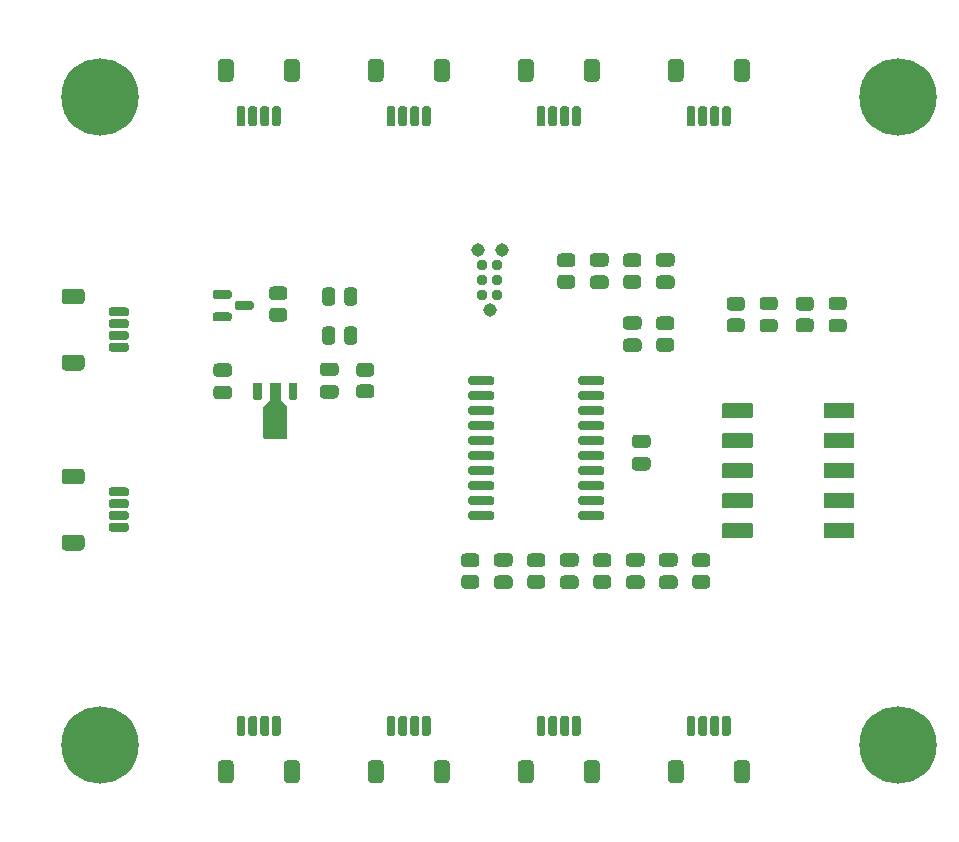
<source format=gts>
G04 #@! TF.GenerationSoftware,KiCad,Pcbnew,6.0.10-86aedd382b~118~ubuntu18.04.1*
G04 #@! TF.CreationDate,2024-08-26T13:47:26-06:00*
G04 #@! TF.ProjectId,ckt-xing-txm,636b742d-7869-46e6-972d-74786d2e6b69,rev?*
G04 #@! TF.SameCoordinates,Original*
G04 #@! TF.FileFunction,Soldermask,Top*
G04 #@! TF.FilePolarity,Negative*
%FSLAX46Y46*%
G04 Gerber Fmt 4.6, Leading zero omitted, Abs format (unit mm)*
G04 Created by KiCad (PCBNEW 6.0.10-86aedd382b~118~ubuntu18.04.1) date 2024-08-26 13:47:26*
%MOMM*%
%LPD*%
G01*
G04 APERTURE LIST*
%ADD10C,6.552400*%
%ADD11C,1.143000*%
%ADD12C,0.939800*%
G04 APERTURE END LIST*
G36*
G01*
X45802000Y-47534800D02*
X46352000Y-47534800D01*
G75*
G02*
X46428200Y-47611000I0J-76200D01*
G01*
X46428200Y-48911000D01*
G75*
G02*
X46352000Y-48987200I-76200J0D01*
G01*
X45802000Y-48987200D01*
G75*
G02*
X45725800Y-48911000I0J76200D01*
G01*
X45725800Y-47611000D01*
G75*
G02*
X45802000Y-47534800I76200J0D01*
G01*
G37*
G36*
X45560373Y-52259980D02*
G01*
X45515232Y-52286042D01*
X45502000Y-52287200D01*
X43652000Y-52287200D01*
X43603020Y-52269373D01*
X43576958Y-52224232D01*
X43575800Y-52211000D01*
X43575800Y-49611000D01*
X43593627Y-49562020D01*
X43598118Y-49557118D01*
X44100800Y-49054436D01*
X44100800Y-47611000D01*
X44118627Y-47562020D01*
X44163768Y-47535958D01*
X44177000Y-47534800D01*
X44977000Y-47534800D01*
X45025980Y-47552627D01*
X45052042Y-47597768D01*
X45053200Y-47611000D01*
X45053200Y-49054436D01*
X45555882Y-49557118D01*
X45577910Y-49604359D01*
X45578200Y-49611000D01*
X45578200Y-52211000D01*
X45560373Y-52259980D01*
G37*
G36*
G01*
X42802000Y-47534800D02*
X43352000Y-47534800D01*
G75*
G02*
X43428200Y-47611000I0J-76200D01*
G01*
X43428200Y-48911000D01*
G75*
G02*
X43352000Y-48987200I-76200J0D01*
G01*
X42802000Y-48987200D01*
G75*
G02*
X42725800Y-48911000I0J76200D01*
G01*
X42725800Y-47611000D01*
G75*
G02*
X42802000Y-47534800I76200J0D01*
G01*
G37*
G36*
G01*
X61537000Y-65001200D02*
X60637000Y-65001200D01*
G75*
G02*
X60310800Y-64675000I0J326200D01*
G01*
X60310800Y-64150000D01*
G75*
G02*
X60637000Y-63823800I326200J0D01*
G01*
X61537000Y-63823800D01*
G75*
G02*
X61863200Y-64150000I0J-326200D01*
G01*
X61863200Y-64675000D01*
G75*
G02*
X61537000Y-65001200I-326200J0D01*
G01*
G37*
G36*
G01*
X61537000Y-63176200D02*
X60637000Y-63176200D01*
G75*
G02*
X60310800Y-62850000I0J326200D01*
G01*
X60310800Y-62325000D01*
G75*
G02*
X60637000Y-61998800I326200J0D01*
G01*
X61537000Y-61998800D01*
G75*
G02*
X61863200Y-62325000I0J-326200D01*
G01*
X61863200Y-62850000D01*
G75*
G02*
X61537000Y-63176200I-326200J0D01*
G01*
G37*
D10*
X29718000Y-23368000D03*
G36*
G01*
X45056200Y-24362000D02*
X45056200Y-25612000D01*
G75*
G02*
X44830000Y-25838200I-226200J0D01*
G01*
X44530000Y-25838200D01*
G75*
G02*
X44303800Y-25612000I0J226200D01*
G01*
X44303800Y-24362000D01*
G75*
G02*
X44530000Y-24135800I226200J0D01*
G01*
X44830000Y-24135800D01*
G75*
G02*
X45056200Y-24362000I0J-226200D01*
G01*
G37*
G36*
G01*
X44056200Y-24362000D02*
X44056200Y-25612000D01*
G75*
G02*
X43830000Y-25838200I-226200J0D01*
G01*
X43530000Y-25838200D01*
G75*
G02*
X43303800Y-25612000I0J226200D01*
G01*
X43303800Y-24362000D01*
G75*
G02*
X43530000Y-24135800I226200J0D01*
G01*
X43830000Y-24135800D01*
G75*
G02*
X44056200Y-24362000I0J-226200D01*
G01*
G37*
G36*
G01*
X43056200Y-24362000D02*
X43056200Y-25612000D01*
G75*
G02*
X42830000Y-25838200I-226200J0D01*
G01*
X42530000Y-25838200D01*
G75*
G02*
X42303800Y-25612000I0J226200D01*
G01*
X42303800Y-24362000D01*
G75*
G02*
X42530000Y-24135800I226200J0D01*
G01*
X42830000Y-24135800D01*
G75*
G02*
X43056200Y-24362000I0J-226200D01*
G01*
G37*
G36*
G01*
X42056200Y-24362000D02*
X42056200Y-25612000D01*
G75*
G02*
X41830000Y-25838200I-226200J0D01*
G01*
X41530000Y-25838200D01*
G75*
G02*
X41303800Y-25612000I0J226200D01*
G01*
X41303800Y-24362000D01*
G75*
G02*
X41530000Y-24135800I226200J0D01*
G01*
X41830000Y-24135800D01*
G75*
G02*
X42056200Y-24362000I0J-226200D01*
G01*
G37*
G36*
G01*
X41056200Y-20462000D02*
X41056200Y-21762000D01*
G75*
G02*
X40730000Y-22088200I-326200J0D01*
G01*
X40030000Y-22088200D01*
G75*
G02*
X39703800Y-21762000I0J326200D01*
G01*
X39703800Y-20462000D01*
G75*
G02*
X40030000Y-20135800I326200J0D01*
G01*
X40730000Y-20135800D01*
G75*
G02*
X41056200Y-20462000I0J-326200D01*
G01*
G37*
G36*
G01*
X46656200Y-20462000D02*
X46656200Y-21762000D01*
G75*
G02*
X46330000Y-22088200I-326200J0D01*
G01*
X45630000Y-22088200D01*
G75*
G02*
X45303800Y-21762000I0J326200D01*
G01*
X45303800Y-20462000D01*
G75*
G02*
X45630000Y-20135800I326200J0D01*
G01*
X46330000Y-20135800D01*
G75*
G02*
X46656200Y-20462000I0J-326200D01*
G01*
G37*
G36*
G01*
X78072000Y-39626200D02*
X77122000Y-39626200D01*
G75*
G02*
X76795800Y-39300000I0J326200D01*
G01*
X76795800Y-38800000D01*
G75*
G02*
X77122000Y-38473800I326200J0D01*
G01*
X78072000Y-38473800D01*
G75*
G02*
X78398200Y-38800000I0J-326200D01*
G01*
X78398200Y-39300000D01*
G75*
G02*
X78072000Y-39626200I-326200J0D01*
G01*
G37*
G36*
G01*
X78072000Y-37726200D02*
X77122000Y-37726200D01*
G75*
G02*
X76795800Y-37400000I0J326200D01*
G01*
X76795800Y-36900000D01*
G75*
G02*
X77122000Y-36573800I326200J0D01*
G01*
X78072000Y-36573800D01*
G75*
G02*
X78398200Y-36900000I0J-326200D01*
G01*
X78398200Y-37400000D01*
G75*
G02*
X78072000Y-37726200I-326200J0D01*
G01*
G37*
G36*
G01*
X30712000Y-41176800D02*
X31962000Y-41176800D01*
G75*
G02*
X32188200Y-41403000I0J-226200D01*
G01*
X32188200Y-41703000D01*
G75*
G02*
X31962000Y-41929200I-226200J0D01*
G01*
X30712000Y-41929200D01*
G75*
G02*
X30485800Y-41703000I0J226200D01*
G01*
X30485800Y-41403000D01*
G75*
G02*
X30712000Y-41176800I226200J0D01*
G01*
G37*
G36*
G01*
X30712000Y-42176800D02*
X31962000Y-42176800D01*
G75*
G02*
X32188200Y-42403000I0J-226200D01*
G01*
X32188200Y-42703000D01*
G75*
G02*
X31962000Y-42929200I-226200J0D01*
G01*
X30712000Y-42929200D01*
G75*
G02*
X30485800Y-42703000I0J226200D01*
G01*
X30485800Y-42403000D01*
G75*
G02*
X30712000Y-42176800I226200J0D01*
G01*
G37*
G36*
G01*
X30712000Y-43176800D02*
X31962000Y-43176800D01*
G75*
G02*
X32188200Y-43403000I0J-226200D01*
G01*
X32188200Y-43703000D01*
G75*
G02*
X31962000Y-43929200I-226200J0D01*
G01*
X30712000Y-43929200D01*
G75*
G02*
X30485800Y-43703000I0J226200D01*
G01*
X30485800Y-43403000D01*
G75*
G02*
X30712000Y-43176800I226200J0D01*
G01*
G37*
G36*
G01*
X30712000Y-44176800D02*
X31962000Y-44176800D01*
G75*
G02*
X32188200Y-44403000I0J-226200D01*
G01*
X32188200Y-44703000D01*
G75*
G02*
X31962000Y-44929200I-226200J0D01*
G01*
X30712000Y-44929200D01*
G75*
G02*
X30485800Y-44703000I0J226200D01*
G01*
X30485800Y-44403000D01*
G75*
G02*
X30712000Y-44176800I226200J0D01*
G01*
G37*
G36*
G01*
X26812000Y-45176800D02*
X28112000Y-45176800D01*
G75*
G02*
X28438200Y-45503000I0J-326200D01*
G01*
X28438200Y-46203000D01*
G75*
G02*
X28112000Y-46529200I-326200J0D01*
G01*
X26812000Y-46529200D01*
G75*
G02*
X26485800Y-46203000I0J326200D01*
G01*
X26485800Y-45503000D01*
G75*
G02*
X26812000Y-45176800I326200J0D01*
G01*
G37*
G36*
G01*
X26812000Y-39576800D02*
X28112000Y-39576800D01*
G75*
G02*
X28438200Y-39903000I0J-326200D01*
G01*
X28438200Y-40603000D01*
G75*
G02*
X28112000Y-40929200I-326200J0D01*
G01*
X26812000Y-40929200D01*
G75*
G02*
X26485800Y-40603000I0J326200D01*
G01*
X26485800Y-39903000D01*
G75*
G02*
X26812000Y-39576800I326200J0D01*
G01*
G37*
G36*
G01*
X72484000Y-39626200D02*
X71534000Y-39626200D01*
G75*
G02*
X71207800Y-39300000I0J326200D01*
G01*
X71207800Y-38800000D01*
G75*
G02*
X71534000Y-38473800I326200J0D01*
G01*
X72484000Y-38473800D01*
G75*
G02*
X72810200Y-38800000I0J-326200D01*
G01*
X72810200Y-39300000D01*
G75*
G02*
X72484000Y-39626200I-326200J0D01*
G01*
G37*
G36*
G01*
X72484000Y-37726200D02*
X71534000Y-37726200D01*
G75*
G02*
X71207800Y-37400000I0J326200D01*
G01*
X71207800Y-36900000D01*
G75*
G02*
X71534000Y-36573800I326200J0D01*
G01*
X72484000Y-36573800D01*
G75*
G02*
X72810200Y-36900000I0J-326200D01*
G01*
X72810200Y-37400000D01*
G75*
G02*
X72484000Y-37726200I-326200J0D01*
G01*
G37*
G36*
G01*
X81095000Y-65001200D02*
X80195000Y-65001200D01*
G75*
G02*
X79868800Y-64675000I0J326200D01*
G01*
X79868800Y-64150000D01*
G75*
G02*
X80195000Y-63823800I326200J0D01*
G01*
X81095000Y-63823800D01*
G75*
G02*
X81421200Y-64150000I0J-326200D01*
G01*
X81421200Y-64675000D01*
G75*
G02*
X81095000Y-65001200I-326200J0D01*
G01*
G37*
G36*
G01*
X81095000Y-63176200D02*
X80195000Y-63176200D01*
G75*
G02*
X79868800Y-62850000I0J326200D01*
G01*
X79868800Y-62325000D01*
G75*
G02*
X80195000Y-61998800I326200J0D01*
G01*
X81095000Y-61998800D01*
G75*
G02*
X81421200Y-62325000I0J-326200D01*
G01*
X81421200Y-62850000D01*
G75*
G02*
X81095000Y-63176200I-326200J0D01*
G01*
G37*
G36*
G01*
X68765000Y-36598800D02*
X69665000Y-36598800D01*
G75*
G02*
X69991200Y-36925000I0J-326200D01*
G01*
X69991200Y-37450000D01*
G75*
G02*
X69665000Y-37776200I-326200J0D01*
G01*
X68765000Y-37776200D01*
G75*
G02*
X68438800Y-37450000I0J326200D01*
G01*
X68438800Y-36925000D01*
G75*
G02*
X68765000Y-36598800I326200J0D01*
G01*
G37*
G36*
G01*
X68765000Y-38423800D02*
X69665000Y-38423800D01*
G75*
G02*
X69991200Y-38750000I0J-326200D01*
G01*
X69991200Y-39275000D01*
G75*
G02*
X69665000Y-39601200I-326200J0D01*
G01*
X68765000Y-39601200D01*
G75*
G02*
X68438800Y-39275000I0J326200D01*
G01*
X68438800Y-38750000D01*
G75*
G02*
X68765000Y-38423800I326200J0D01*
G01*
G37*
G36*
G01*
X83156200Y-24362000D02*
X83156200Y-25612000D01*
G75*
G02*
X82930000Y-25838200I-226200J0D01*
G01*
X82630000Y-25838200D01*
G75*
G02*
X82403800Y-25612000I0J226200D01*
G01*
X82403800Y-24362000D01*
G75*
G02*
X82630000Y-24135800I226200J0D01*
G01*
X82930000Y-24135800D01*
G75*
G02*
X83156200Y-24362000I0J-226200D01*
G01*
G37*
G36*
G01*
X82156200Y-24362000D02*
X82156200Y-25612000D01*
G75*
G02*
X81930000Y-25838200I-226200J0D01*
G01*
X81630000Y-25838200D01*
G75*
G02*
X81403800Y-25612000I0J226200D01*
G01*
X81403800Y-24362000D01*
G75*
G02*
X81630000Y-24135800I226200J0D01*
G01*
X81930000Y-24135800D01*
G75*
G02*
X82156200Y-24362000I0J-226200D01*
G01*
G37*
G36*
G01*
X81156200Y-24362000D02*
X81156200Y-25612000D01*
G75*
G02*
X80930000Y-25838200I-226200J0D01*
G01*
X80630000Y-25838200D01*
G75*
G02*
X80403800Y-25612000I0J226200D01*
G01*
X80403800Y-24362000D01*
G75*
G02*
X80630000Y-24135800I226200J0D01*
G01*
X80930000Y-24135800D01*
G75*
G02*
X81156200Y-24362000I0J-226200D01*
G01*
G37*
G36*
G01*
X80156200Y-24362000D02*
X80156200Y-25612000D01*
G75*
G02*
X79930000Y-25838200I-226200J0D01*
G01*
X79630000Y-25838200D01*
G75*
G02*
X79403800Y-25612000I0J226200D01*
G01*
X79403800Y-24362000D01*
G75*
G02*
X79630000Y-24135800I226200J0D01*
G01*
X79930000Y-24135800D01*
G75*
G02*
X80156200Y-24362000I0J-226200D01*
G01*
G37*
G36*
G01*
X84756200Y-20462000D02*
X84756200Y-21762000D01*
G75*
G02*
X84430000Y-22088200I-326200J0D01*
G01*
X83730000Y-22088200D01*
G75*
G02*
X83403800Y-21762000I0J326200D01*
G01*
X83403800Y-20462000D01*
G75*
G02*
X83730000Y-20135800I326200J0D01*
G01*
X84430000Y-20135800D01*
G75*
G02*
X84756200Y-20462000I0J-326200D01*
G01*
G37*
G36*
G01*
X79156200Y-20462000D02*
X79156200Y-21762000D01*
G75*
G02*
X78830000Y-22088200I-326200J0D01*
G01*
X78130000Y-22088200D01*
G75*
G02*
X77803800Y-21762000I0J326200D01*
G01*
X77803800Y-20462000D01*
G75*
G02*
X78130000Y-20135800I326200J0D01*
G01*
X78830000Y-20135800D01*
G75*
G02*
X79156200Y-20462000I0J-326200D01*
G01*
G37*
G36*
G01*
X51747000Y-45869800D02*
X52647000Y-45869800D01*
G75*
G02*
X52973200Y-46196000I0J-326200D01*
G01*
X52973200Y-46721000D01*
G75*
G02*
X52647000Y-47047200I-326200J0D01*
G01*
X51747000Y-47047200D01*
G75*
G02*
X51420800Y-46721000I0J326200D01*
G01*
X51420800Y-46196000D01*
G75*
G02*
X51747000Y-45869800I326200J0D01*
G01*
G37*
G36*
G01*
X51747000Y-47694800D02*
X52647000Y-47694800D01*
G75*
G02*
X52973200Y-48021000I0J-326200D01*
G01*
X52973200Y-48546000D01*
G75*
G02*
X52647000Y-48872200I-326200J0D01*
G01*
X51747000Y-48872200D01*
G75*
G02*
X51420800Y-48546000I0J326200D01*
G01*
X51420800Y-48021000D01*
G75*
G02*
X51747000Y-47694800I326200J0D01*
G01*
G37*
G36*
G01*
X77147000Y-41932800D02*
X78047000Y-41932800D01*
G75*
G02*
X78373200Y-42259000I0J-326200D01*
G01*
X78373200Y-42784000D01*
G75*
G02*
X78047000Y-43110200I-326200J0D01*
G01*
X77147000Y-43110200D01*
G75*
G02*
X76820800Y-42784000I0J326200D01*
G01*
X76820800Y-42259000D01*
G75*
G02*
X77147000Y-41932800I326200J0D01*
G01*
G37*
G36*
G01*
X77147000Y-43757800D02*
X78047000Y-43757800D01*
G75*
G02*
X78373200Y-44084000I0J-326200D01*
G01*
X78373200Y-44609000D01*
G75*
G02*
X78047000Y-44935200I-326200J0D01*
G01*
X77147000Y-44935200D01*
G75*
G02*
X76820800Y-44609000I0J326200D01*
G01*
X76820800Y-44084000D01*
G75*
G02*
X77147000Y-43757800I326200J0D01*
G01*
G37*
X29718000Y-78232000D03*
G36*
G01*
X39269800Y-40221000D02*
X39269800Y-39921000D01*
G75*
G02*
X39496000Y-39694800I226200J0D01*
G01*
X40671000Y-39694800D01*
G75*
G02*
X40897200Y-39921000I0J-226200D01*
G01*
X40897200Y-40221000D01*
G75*
G02*
X40671000Y-40447200I-226200J0D01*
G01*
X39496000Y-40447200D01*
G75*
G02*
X39269800Y-40221000I0J226200D01*
G01*
G37*
G36*
G01*
X39269800Y-42121000D02*
X39269800Y-41821000D01*
G75*
G02*
X39496000Y-41594800I226200J0D01*
G01*
X40671000Y-41594800D01*
G75*
G02*
X40897200Y-41821000I0J-226200D01*
G01*
X40897200Y-42121000D01*
G75*
G02*
X40671000Y-42347200I-226200J0D01*
G01*
X39496000Y-42347200D01*
G75*
G02*
X39269800Y-42121000I0J226200D01*
G01*
G37*
G36*
G01*
X41144800Y-41171000D02*
X41144800Y-40871000D01*
G75*
G02*
X41371000Y-40644800I226200J0D01*
G01*
X42546000Y-40644800D01*
G75*
G02*
X42772200Y-40871000I0J-226200D01*
G01*
X42772200Y-41171000D01*
G75*
G02*
X42546000Y-41397200I-226200J0D01*
G01*
X41371000Y-41397200D01*
G75*
G02*
X41144800Y-41171000I0J226200D01*
G01*
G37*
G36*
G01*
X74353000Y-36598800D02*
X75253000Y-36598800D01*
G75*
G02*
X75579200Y-36925000I0J-326200D01*
G01*
X75579200Y-37450000D01*
G75*
G02*
X75253000Y-37776200I-326200J0D01*
G01*
X74353000Y-37776200D01*
G75*
G02*
X74026800Y-37450000I0J326200D01*
G01*
X74026800Y-36925000D01*
G75*
G02*
X74353000Y-36598800I326200J0D01*
G01*
G37*
G36*
G01*
X74353000Y-38423800D02*
X75253000Y-38423800D01*
G75*
G02*
X75579200Y-38750000I0J-326200D01*
G01*
X75579200Y-39275000D01*
G75*
G02*
X75253000Y-39601200I-326200J0D01*
G01*
X74353000Y-39601200D01*
G75*
G02*
X74026800Y-39275000I0J326200D01*
G01*
X74026800Y-38750000D01*
G75*
G02*
X74353000Y-38423800I326200J0D01*
G01*
G37*
X97282000Y-78232000D03*
G36*
G01*
X70456200Y-24362000D02*
X70456200Y-25612000D01*
G75*
G02*
X70230000Y-25838200I-226200J0D01*
G01*
X69930000Y-25838200D01*
G75*
G02*
X69703800Y-25612000I0J226200D01*
G01*
X69703800Y-24362000D01*
G75*
G02*
X69930000Y-24135800I226200J0D01*
G01*
X70230000Y-24135800D01*
G75*
G02*
X70456200Y-24362000I0J-226200D01*
G01*
G37*
G36*
G01*
X69456200Y-24362000D02*
X69456200Y-25612000D01*
G75*
G02*
X69230000Y-25838200I-226200J0D01*
G01*
X68930000Y-25838200D01*
G75*
G02*
X68703800Y-25612000I0J226200D01*
G01*
X68703800Y-24362000D01*
G75*
G02*
X68930000Y-24135800I226200J0D01*
G01*
X69230000Y-24135800D01*
G75*
G02*
X69456200Y-24362000I0J-226200D01*
G01*
G37*
G36*
G01*
X68456200Y-24362000D02*
X68456200Y-25612000D01*
G75*
G02*
X68230000Y-25838200I-226200J0D01*
G01*
X67930000Y-25838200D01*
G75*
G02*
X67703800Y-25612000I0J226200D01*
G01*
X67703800Y-24362000D01*
G75*
G02*
X67930000Y-24135800I226200J0D01*
G01*
X68230000Y-24135800D01*
G75*
G02*
X68456200Y-24362000I0J-226200D01*
G01*
G37*
G36*
G01*
X67456200Y-24362000D02*
X67456200Y-25612000D01*
G75*
G02*
X67230000Y-25838200I-226200J0D01*
G01*
X66930000Y-25838200D01*
G75*
G02*
X66703800Y-25612000I0J226200D01*
G01*
X66703800Y-24362000D01*
G75*
G02*
X66930000Y-24135800I226200J0D01*
G01*
X67230000Y-24135800D01*
G75*
G02*
X67456200Y-24362000I0J-226200D01*
G01*
G37*
G36*
G01*
X72056200Y-20462000D02*
X72056200Y-21762000D01*
G75*
G02*
X71730000Y-22088200I-326200J0D01*
G01*
X71030000Y-22088200D01*
G75*
G02*
X70703800Y-21762000I0J326200D01*
G01*
X70703800Y-20462000D01*
G75*
G02*
X71030000Y-20135800I326200J0D01*
G01*
X71730000Y-20135800D01*
G75*
G02*
X72056200Y-20462000I0J-326200D01*
G01*
G37*
G36*
G01*
X66456200Y-20462000D02*
X66456200Y-21762000D01*
G75*
G02*
X66130000Y-22088200I-326200J0D01*
G01*
X65430000Y-22088200D01*
G75*
G02*
X65103800Y-21762000I0J326200D01*
G01*
X65103800Y-20462000D01*
G75*
G02*
X65430000Y-20135800I326200J0D01*
G01*
X66130000Y-20135800D01*
G75*
G02*
X66456200Y-20462000I0J-326200D01*
G01*
G37*
G36*
G01*
X57756200Y-24362000D02*
X57756200Y-25612000D01*
G75*
G02*
X57530000Y-25838200I-226200J0D01*
G01*
X57230000Y-25838200D01*
G75*
G02*
X57003800Y-25612000I0J226200D01*
G01*
X57003800Y-24362000D01*
G75*
G02*
X57230000Y-24135800I226200J0D01*
G01*
X57530000Y-24135800D01*
G75*
G02*
X57756200Y-24362000I0J-226200D01*
G01*
G37*
G36*
G01*
X56756200Y-24362000D02*
X56756200Y-25612000D01*
G75*
G02*
X56530000Y-25838200I-226200J0D01*
G01*
X56230000Y-25838200D01*
G75*
G02*
X56003800Y-25612000I0J226200D01*
G01*
X56003800Y-24362000D01*
G75*
G02*
X56230000Y-24135800I226200J0D01*
G01*
X56530000Y-24135800D01*
G75*
G02*
X56756200Y-24362000I0J-226200D01*
G01*
G37*
G36*
G01*
X55756200Y-24362000D02*
X55756200Y-25612000D01*
G75*
G02*
X55530000Y-25838200I-226200J0D01*
G01*
X55230000Y-25838200D01*
G75*
G02*
X55003800Y-25612000I0J226200D01*
G01*
X55003800Y-24362000D01*
G75*
G02*
X55230000Y-24135800I226200J0D01*
G01*
X55530000Y-24135800D01*
G75*
G02*
X55756200Y-24362000I0J-226200D01*
G01*
G37*
G36*
G01*
X54756200Y-24362000D02*
X54756200Y-25612000D01*
G75*
G02*
X54530000Y-25838200I-226200J0D01*
G01*
X54230000Y-25838200D01*
G75*
G02*
X54003800Y-25612000I0J226200D01*
G01*
X54003800Y-24362000D01*
G75*
G02*
X54230000Y-24135800I226200J0D01*
G01*
X54530000Y-24135800D01*
G75*
G02*
X54756200Y-24362000I0J-226200D01*
G01*
G37*
G36*
G01*
X59356200Y-20462000D02*
X59356200Y-21762000D01*
G75*
G02*
X59030000Y-22088200I-326200J0D01*
G01*
X58330000Y-22088200D01*
G75*
G02*
X58003800Y-21762000I0J326200D01*
G01*
X58003800Y-20462000D01*
G75*
G02*
X58330000Y-20135800I326200J0D01*
G01*
X59030000Y-20135800D01*
G75*
G02*
X59356200Y-20462000I0J-326200D01*
G01*
G37*
G36*
G01*
X53756200Y-20462000D02*
X53756200Y-21762000D01*
G75*
G02*
X53430000Y-22088200I-326200J0D01*
G01*
X52730000Y-22088200D01*
G75*
G02*
X52403800Y-21762000I0J326200D01*
G01*
X52403800Y-20462000D01*
G75*
G02*
X52730000Y-20135800I326200J0D01*
G01*
X53430000Y-20135800D01*
G75*
G02*
X53756200Y-20462000I0J-326200D01*
G01*
G37*
G36*
G01*
X67125000Y-65001200D02*
X66225000Y-65001200D01*
G75*
G02*
X65898800Y-64675000I0J326200D01*
G01*
X65898800Y-64150000D01*
G75*
G02*
X66225000Y-63823800I326200J0D01*
G01*
X67125000Y-63823800D01*
G75*
G02*
X67451200Y-64150000I0J-326200D01*
G01*
X67451200Y-64675000D01*
G75*
G02*
X67125000Y-65001200I-326200J0D01*
G01*
G37*
G36*
G01*
X67125000Y-63176200D02*
X66225000Y-63176200D01*
G75*
G02*
X65898800Y-62850000I0J326200D01*
G01*
X65898800Y-62325000D01*
G75*
G02*
X66225000Y-61998800I326200J0D01*
G01*
X67125000Y-61998800D01*
G75*
G02*
X67451200Y-62325000I0J-326200D01*
G01*
X67451200Y-62850000D01*
G75*
G02*
X67125000Y-63176200I-326200J0D01*
G01*
G37*
G36*
G01*
X54003800Y-77238000D02*
X54003800Y-75988000D01*
G75*
G02*
X54230000Y-75761800I226200J0D01*
G01*
X54530000Y-75761800D01*
G75*
G02*
X54756200Y-75988000I0J-226200D01*
G01*
X54756200Y-77238000D01*
G75*
G02*
X54530000Y-77464200I-226200J0D01*
G01*
X54230000Y-77464200D01*
G75*
G02*
X54003800Y-77238000I0J226200D01*
G01*
G37*
G36*
G01*
X55003800Y-77238000D02*
X55003800Y-75988000D01*
G75*
G02*
X55230000Y-75761800I226200J0D01*
G01*
X55530000Y-75761800D01*
G75*
G02*
X55756200Y-75988000I0J-226200D01*
G01*
X55756200Y-77238000D01*
G75*
G02*
X55530000Y-77464200I-226200J0D01*
G01*
X55230000Y-77464200D01*
G75*
G02*
X55003800Y-77238000I0J226200D01*
G01*
G37*
G36*
G01*
X56003800Y-77238000D02*
X56003800Y-75988000D01*
G75*
G02*
X56230000Y-75761800I226200J0D01*
G01*
X56530000Y-75761800D01*
G75*
G02*
X56756200Y-75988000I0J-226200D01*
G01*
X56756200Y-77238000D01*
G75*
G02*
X56530000Y-77464200I-226200J0D01*
G01*
X56230000Y-77464200D01*
G75*
G02*
X56003800Y-77238000I0J226200D01*
G01*
G37*
G36*
G01*
X57003800Y-77238000D02*
X57003800Y-75988000D01*
G75*
G02*
X57230000Y-75761800I226200J0D01*
G01*
X57530000Y-75761800D01*
G75*
G02*
X57756200Y-75988000I0J-226200D01*
G01*
X57756200Y-77238000D01*
G75*
G02*
X57530000Y-77464200I-226200J0D01*
G01*
X57230000Y-77464200D01*
G75*
G02*
X57003800Y-77238000I0J226200D01*
G01*
G37*
G36*
G01*
X58003800Y-81138000D02*
X58003800Y-79838000D01*
G75*
G02*
X58330000Y-79511800I326200J0D01*
G01*
X59030000Y-79511800D01*
G75*
G02*
X59356200Y-79838000I0J-326200D01*
G01*
X59356200Y-81138000D01*
G75*
G02*
X59030000Y-81464200I-326200J0D01*
G01*
X58330000Y-81464200D01*
G75*
G02*
X58003800Y-81138000I0J326200D01*
G01*
G37*
G36*
G01*
X52403800Y-81138000D02*
X52403800Y-79838000D01*
G75*
G02*
X52730000Y-79511800I326200J0D01*
G01*
X53430000Y-79511800D01*
G75*
G02*
X53756200Y-79838000I0J-326200D01*
G01*
X53756200Y-81138000D01*
G75*
G02*
X53430000Y-81464200I-326200J0D01*
G01*
X52730000Y-81464200D01*
G75*
G02*
X52403800Y-81138000I0J326200D01*
G01*
G37*
G36*
G01*
X76040000Y-54993200D02*
X75090000Y-54993200D01*
G75*
G02*
X74763800Y-54667000I0J326200D01*
G01*
X74763800Y-54167000D01*
G75*
G02*
X75090000Y-53840800I326200J0D01*
G01*
X76040000Y-53840800D01*
G75*
G02*
X76366200Y-54167000I0J-326200D01*
G01*
X76366200Y-54667000D01*
G75*
G02*
X76040000Y-54993200I-326200J0D01*
G01*
G37*
G36*
G01*
X76040000Y-53093200D02*
X75090000Y-53093200D01*
G75*
G02*
X74763800Y-52767000I0J326200D01*
G01*
X74763800Y-52267000D01*
G75*
G02*
X75090000Y-51940800I326200J0D01*
G01*
X76040000Y-51940800D01*
G75*
G02*
X76366200Y-52267000I0J-326200D01*
G01*
X76366200Y-52767000D01*
G75*
G02*
X76040000Y-53093200I-326200J0D01*
G01*
G37*
G36*
G01*
X77376000Y-61973800D02*
X78326000Y-61973800D01*
G75*
G02*
X78652200Y-62300000I0J-326200D01*
G01*
X78652200Y-62800000D01*
G75*
G02*
X78326000Y-63126200I-326200J0D01*
G01*
X77376000Y-63126200D01*
G75*
G02*
X77049800Y-62800000I0J326200D01*
G01*
X77049800Y-62300000D01*
G75*
G02*
X77376000Y-61973800I326200J0D01*
G01*
G37*
G36*
G01*
X77376000Y-63873800D02*
X78326000Y-63873800D01*
G75*
G02*
X78652200Y-64200000I0J-326200D01*
G01*
X78652200Y-64700000D01*
G75*
G02*
X78326000Y-65026200I-326200J0D01*
G01*
X77376000Y-65026200D01*
G75*
G02*
X77049800Y-64700000I0J326200D01*
G01*
X77049800Y-64200000D01*
G75*
G02*
X77376000Y-63873800I326200J0D01*
G01*
G37*
G36*
G01*
X66703800Y-77238000D02*
X66703800Y-75988000D01*
G75*
G02*
X66930000Y-75761800I226200J0D01*
G01*
X67230000Y-75761800D01*
G75*
G02*
X67456200Y-75988000I0J-226200D01*
G01*
X67456200Y-77238000D01*
G75*
G02*
X67230000Y-77464200I-226200J0D01*
G01*
X66930000Y-77464200D01*
G75*
G02*
X66703800Y-77238000I0J226200D01*
G01*
G37*
G36*
G01*
X67703800Y-77238000D02*
X67703800Y-75988000D01*
G75*
G02*
X67930000Y-75761800I226200J0D01*
G01*
X68230000Y-75761800D01*
G75*
G02*
X68456200Y-75988000I0J-226200D01*
G01*
X68456200Y-77238000D01*
G75*
G02*
X68230000Y-77464200I-226200J0D01*
G01*
X67930000Y-77464200D01*
G75*
G02*
X67703800Y-77238000I0J226200D01*
G01*
G37*
G36*
G01*
X68703800Y-77238000D02*
X68703800Y-75988000D01*
G75*
G02*
X68930000Y-75761800I226200J0D01*
G01*
X69230000Y-75761800D01*
G75*
G02*
X69456200Y-75988000I0J-226200D01*
G01*
X69456200Y-77238000D01*
G75*
G02*
X69230000Y-77464200I-226200J0D01*
G01*
X68930000Y-77464200D01*
G75*
G02*
X68703800Y-77238000I0J226200D01*
G01*
G37*
G36*
G01*
X69703800Y-77238000D02*
X69703800Y-75988000D01*
G75*
G02*
X69930000Y-75761800I226200J0D01*
G01*
X70230000Y-75761800D01*
G75*
G02*
X70456200Y-75988000I0J-226200D01*
G01*
X70456200Y-77238000D01*
G75*
G02*
X70230000Y-77464200I-226200J0D01*
G01*
X69930000Y-77464200D01*
G75*
G02*
X69703800Y-77238000I0J226200D01*
G01*
G37*
G36*
G01*
X70703800Y-81138000D02*
X70703800Y-79838000D01*
G75*
G02*
X71030000Y-79511800I326200J0D01*
G01*
X71730000Y-79511800D01*
G75*
G02*
X72056200Y-79838000I0J-326200D01*
G01*
X72056200Y-81138000D01*
G75*
G02*
X71730000Y-81464200I-326200J0D01*
G01*
X71030000Y-81464200D01*
G75*
G02*
X70703800Y-81138000I0J326200D01*
G01*
G37*
G36*
G01*
X65103800Y-81138000D02*
X65103800Y-79838000D01*
G75*
G02*
X65430000Y-79511800I326200J0D01*
G01*
X66130000Y-79511800D01*
G75*
G02*
X66456200Y-79838000I0J-326200D01*
G01*
X66456200Y-81138000D01*
G75*
G02*
X66130000Y-81464200I-326200J0D01*
G01*
X65430000Y-81464200D01*
G75*
G02*
X65103800Y-81138000I0J326200D01*
G01*
G37*
G36*
G01*
X40607000Y-48958200D02*
X39657000Y-48958200D01*
G75*
G02*
X39330800Y-48632000I0J326200D01*
G01*
X39330800Y-48132000D01*
G75*
G02*
X39657000Y-47805800I326200J0D01*
G01*
X40607000Y-47805800D01*
G75*
G02*
X40933200Y-48132000I0J-326200D01*
G01*
X40933200Y-48632000D01*
G75*
G02*
X40607000Y-48958200I-326200J0D01*
G01*
G37*
G36*
G01*
X40607000Y-47058200D02*
X39657000Y-47058200D01*
G75*
G02*
X39330800Y-46732000I0J326200D01*
G01*
X39330800Y-46232000D01*
G75*
G02*
X39657000Y-45905800I326200J0D01*
G01*
X40607000Y-45905800D01*
G75*
G02*
X40933200Y-46232000I0J-326200D01*
G01*
X40933200Y-46732000D01*
G75*
G02*
X40607000Y-47058200I-326200J0D01*
G01*
G37*
G36*
G01*
X89858000Y-43284200D02*
X88958000Y-43284200D01*
G75*
G02*
X88631800Y-42958000I0J326200D01*
G01*
X88631800Y-42433000D01*
G75*
G02*
X88958000Y-42106800I326200J0D01*
G01*
X89858000Y-42106800D01*
G75*
G02*
X90184200Y-42433000I0J-326200D01*
G01*
X90184200Y-42958000D01*
G75*
G02*
X89858000Y-43284200I-326200J0D01*
G01*
G37*
G36*
G01*
X89858000Y-41459200D02*
X88958000Y-41459200D01*
G75*
G02*
X88631800Y-41133000I0J326200D01*
G01*
X88631800Y-40608000D01*
G75*
G02*
X88958000Y-40281800I326200J0D01*
G01*
X89858000Y-40281800D01*
G75*
G02*
X90184200Y-40608000I0J-326200D01*
G01*
X90184200Y-41133000D01*
G75*
G02*
X89858000Y-41459200I-326200J0D01*
G01*
G37*
G36*
G01*
X79403800Y-77238000D02*
X79403800Y-75988000D01*
G75*
G02*
X79630000Y-75761800I226200J0D01*
G01*
X79930000Y-75761800D01*
G75*
G02*
X80156200Y-75988000I0J-226200D01*
G01*
X80156200Y-77238000D01*
G75*
G02*
X79930000Y-77464200I-226200J0D01*
G01*
X79630000Y-77464200D01*
G75*
G02*
X79403800Y-77238000I0J226200D01*
G01*
G37*
G36*
G01*
X80403800Y-77238000D02*
X80403800Y-75988000D01*
G75*
G02*
X80630000Y-75761800I226200J0D01*
G01*
X80930000Y-75761800D01*
G75*
G02*
X81156200Y-75988000I0J-226200D01*
G01*
X81156200Y-77238000D01*
G75*
G02*
X80930000Y-77464200I-226200J0D01*
G01*
X80630000Y-77464200D01*
G75*
G02*
X80403800Y-77238000I0J226200D01*
G01*
G37*
G36*
G01*
X81403800Y-77238000D02*
X81403800Y-75988000D01*
G75*
G02*
X81630000Y-75761800I226200J0D01*
G01*
X81930000Y-75761800D01*
G75*
G02*
X82156200Y-75988000I0J-226200D01*
G01*
X82156200Y-77238000D01*
G75*
G02*
X81930000Y-77464200I-226200J0D01*
G01*
X81630000Y-77464200D01*
G75*
G02*
X81403800Y-77238000I0J226200D01*
G01*
G37*
G36*
G01*
X82403800Y-77238000D02*
X82403800Y-75988000D01*
G75*
G02*
X82630000Y-75761800I226200J0D01*
G01*
X82930000Y-75761800D01*
G75*
G02*
X83156200Y-75988000I0J-226200D01*
G01*
X83156200Y-77238000D01*
G75*
G02*
X82930000Y-77464200I-226200J0D01*
G01*
X82630000Y-77464200D01*
G75*
G02*
X82403800Y-77238000I0J226200D01*
G01*
G37*
G36*
G01*
X83403800Y-81138000D02*
X83403800Y-79838000D01*
G75*
G02*
X83730000Y-79511800I326200J0D01*
G01*
X84430000Y-79511800D01*
G75*
G02*
X84756200Y-79838000I0J-326200D01*
G01*
X84756200Y-81138000D01*
G75*
G02*
X84430000Y-81464200I-326200J0D01*
G01*
X83730000Y-81464200D01*
G75*
G02*
X83403800Y-81138000I0J326200D01*
G01*
G37*
G36*
G01*
X77803800Y-81138000D02*
X77803800Y-79838000D01*
G75*
G02*
X78130000Y-79511800I326200J0D01*
G01*
X78830000Y-79511800D01*
G75*
G02*
X79156200Y-79838000I0J-326200D01*
G01*
X79156200Y-81138000D01*
G75*
G02*
X78830000Y-81464200I-326200J0D01*
G01*
X78130000Y-81464200D01*
G75*
G02*
X77803800Y-81138000I0J326200D01*
G01*
G37*
G36*
G01*
X86816250Y-43284200D02*
X85903750Y-43284200D01*
G75*
G02*
X85583800Y-42964250I0J319950D01*
G01*
X85583800Y-42476750D01*
G75*
G02*
X85903750Y-42156800I319950J0D01*
G01*
X86816250Y-42156800D01*
G75*
G02*
X87136200Y-42476750I0J-319950D01*
G01*
X87136200Y-42964250D01*
G75*
G02*
X86816250Y-43284200I-319950J0D01*
G01*
G37*
G36*
G01*
X86816250Y-41409200D02*
X85903750Y-41409200D01*
G75*
G02*
X85583800Y-41089250I0J319950D01*
G01*
X85583800Y-40601750D01*
G75*
G02*
X85903750Y-40281800I319950J0D01*
G01*
X86816250Y-40281800D01*
G75*
G02*
X87136200Y-40601750I0J-319950D01*
G01*
X87136200Y-41089250D01*
G75*
G02*
X86816250Y-41409200I-319950J0D01*
G01*
G37*
G36*
G01*
X74582000Y-61973800D02*
X75532000Y-61973800D01*
G75*
G02*
X75858200Y-62300000I0J-326200D01*
G01*
X75858200Y-62800000D01*
G75*
G02*
X75532000Y-63126200I-326200J0D01*
G01*
X74582000Y-63126200D01*
G75*
G02*
X74255800Y-62800000I0J326200D01*
G01*
X74255800Y-62300000D01*
G75*
G02*
X74582000Y-61973800I326200J0D01*
G01*
G37*
G36*
G01*
X74582000Y-63873800D02*
X75532000Y-63873800D01*
G75*
G02*
X75858200Y-64200000I0J-326200D01*
G01*
X75858200Y-64700000D01*
G75*
G02*
X75532000Y-65026200I-326200J0D01*
G01*
X74582000Y-65026200D01*
G75*
G02*
X74255800Y-64700000I0J326200D01*
G01*
X74255800Y-64200000D01*
G75*
G02*
X74582000Y-63873800I326200J0D01*
G01*
G37*
G36*
G01*
X48536800Y-44017250D02*
X48536800Y-43104750D01*
G75*
G02*
X48856750Y-42784800I319950J0D01*
G01*
X49344250Y-42784800D01*
G75*
G02*
X49664200Y-43104750I0J-319950D01*
G01*
X49664200Y-44017250D01*
G75*
G02*
X49344250Y-44337200I-319950J0D01*
G01*
X48856750Y-44337200D01*
G75*
G02*
X48536800Y-44017250I0J319950D01*
G01*
G37*
G36*
G01*
X50411800Y-44017250D02*
X50411800Y-43104750D01*
G75*
G02*
X50731750Y-42784800I319950J0D01*
G01*
X51219250Y-42784800D01*
G75*
G02*
X51539200Y-43104750I0J-319950D01*
G01*
X51539200Y-44017250D01*
G75*
G02*
X51219250Y-44337200I-319950J0D01*
G01*
X50731750Y-44337200D01*
G75*
G02*
X50411800Y-44017250I0J319950D01*
G01*
G37*
X97282000Y-23368000D03*
G36*
G01*
X93611700Y-59512200D02*
X93611700Y-60629800D01*
G75*
G02*
X93535500Y-60706000I-76200J0D01*
G01*
X91097100Y-60706000D01*
G75*
G02*
X91020900Y-60629800I0J76200D01*
G01*
X91020900Y-59512200D01*
G75*
G02*
X91097100Y-59436000I76200J0D01*
G01*
X93535500Y-59436000D01*
G75*
G02*
X93611700Y-59512200I0J-76200D01*
G01*
G37*
G36*
G01*
X93611700Y-56972200D02*
X93611700Y-58089800D01*
G75*
G02*
X93535500Y-58166000I-76200J0D01*
G01*
X91097100Y-58166000D01*
G75*
G02*
X91020900Y-58089800I0J76200D01*
G01*
X91020900Y-56972200D01*
G75*
G02*
X91097100Y-56896000I76200J0D01*
G01*
X93535500Y-56896000D01*
G75*
G02*
X93611700Y-56972200I0J-76200D01*
G01*
G37*
G36*
G01*
X93611700Y-54432200D02*
X93611700Y-55549800D01*
G75*
G02*
X93535500Y-55626000I-76200J0D01*
G01*
X91097100Y-55626000D01*
G75*
G02*
X91020900Y-55549800I0J76200D01*
G01*
X91020900Y-54432200D01*
G75*
G02*
X91097100Y-54356000I76200J0D01*
G01*
X93535500Y-54356000D01*
G75*
G02*
X93611700Y-54432200I0J-76200D01*
G01*
G37*
G36*
G01*
X93611700Y-51892200D02*
X93611700Y-53009800D01*
G75*
G02*
X93535500Y-53086000I-76200J0D01*
G01*
X91097100Y-53086000D01*
G75*
G02*
X91020900Y-53009800I0J76200D01*
G01*
X91020900Y-51892200D01*
G75*
G02*
X91097100Y-51816000I76200J0D01*
G01*
X93535500Y-51816000D01*
G75*
G02*
X93611700Y-51892200I0J-76200D01*
G01*
G37*
G36*
G01*
X93611700Y-49352200D02*
X93611700Y-50469800D01*
G75*
G02*
X93535500Y-50546000I-76200J0D01*
G01*
X91097100Y-50546000D01*
G75*
G02*
X91020900Y-50469800I0J76200D01*
G01*
X91020900Y-49352200D01*
G75*
G02*
X91097100Y-49276000I76200J0D01*
G01*
X93535500Y-49276000D01*
G75*
G02*
X93611700Y-49352200I0J-76200D01*
G01*
G37*
G36*
G01*
X85001100Y-49352200D02*
X85001100Y-50469800D01*
G75*
G02*
X84924900Y-50546000I-76200J0D01*
G01*
X82486500Y-50546000D01*
G75*
G02*
X82410300Y-50469800I0J76200D01*
G01*
X82410300Y-49352200D01*
G75*
G02*
X82486500Y-49276000I76200J0D01*
G01*
X84924900Y-49276000D01*
G75*
G02*
X85001100Y-49352200I0J-76200D01*
G01*
G37*
G36*
G01*
X85001100Y-51892200D02*
X85001100Y-53009800D01*
G75*
G02*
X84924900Y-53086000I-76200J0D01*
G01*
X82486500Y-53086000D01*
G75*
G02*
X82410300Y-53009800I0J76200D01*
G01*
X82410300Y-51892200D01*
G75*
G02*
X82486500Y-51816000I76200J0D01*
G01*
X84924900Y-51816000D01*
G75*
G02*
X85001100Y-51892200I0J-76200D01*
G01*
G37*
G36*
G01*
X85001100Y-54432200D02*
X85001100Y-55549800D01*
G75*
G02*
X84924900Y-55626000I-76200J0D01*
G01*
X82486500Y-55626000D01*
G75*
G02*
X82410300Y-55549800I0J76200D01*
G01*
X82410300Y-54432200D01*
G75*
G02*
X82486500Y-54356000I76200J0D01*
G01*
X84924900Y-54356000D01*
G75*
G02*
X85001100Y-54432200I0J-76200D01*
G01*
G37*
G36*
G01*
X85001100Y-56972200D02*
X85001100Y-58089800D01*
G75*
G02*
X84924900Y-58166000I-76200J0D01*
G01*
X82486500Y-58166000D01*
G75*
G02*
X82410300Y-58089800I0J76200D01*
G01*
X82410300Y-56972200D01*
G75*
G02*
X82486500Y-56896000I76200J0D01*
G01*
X84924900Y-56896000D01*
G75*
G02*
X85001100Y-56972200I0J-76200D01*
G01*
G37*
G36*
G01*
X85001100Y-59512200D02*
X85001100Y-60629800D01*
G75*
G02*
X84924900Y-60706000I-76200J0D01*
G01*
X82486500Y-60706000D01*
G75*
G02*
X82410300Y-60629800I0J76200D01*
G01*
X82410300Y-59512200D01*
G75*
G02*
X82486500Y-59436000I76200J0D01*
G01*
X84924900Y-59436000D01*
G75*
G02*
X85001100Y-59512200I0J-76200D01*
G01*
G37*
G36*
G01*
X92658250Y-43284200D02*
X91745750Y-43284200D01*
G75*
G02*
X91425800Y-42964250I0J319950D01*
G01*
X91425800Y-42476750D01*
G75*
G02*
X91745750Y-42156800I319950J0D01*
G01*
X92658250Y-42156800D01*
G75*
G02*
X92978200Y-42476750I0J-319950D01*
G01*
X92978200Y-42964250D01*
G75*
G02*
X92658250Y-43284200I-319950J0D01*
G01*
G37*
G36*
G01*
X92658250Y-41409200D02*
X91745750Y-41409200D01*
G75*
G02*
X91425800Y-41089250I0J319950D01*
G01*
X91425800Y-40601750D01*
G75*
G02*
X91745750Y-40281800I319950J0D01*
G01*
X92658250Y-40281800D01*
G75*
G02*
X92978200Y-40601750I0J-319950D01*
G01*
X92978200Y-41089250D01*
G75*
G02*
X92658250Y-41409200I-319950J0D01*
G01*
G37*
G36*
G01*
X63406000Y-61973800D02*
X64356000Y-61973800D01*
G75*
G02*
X64682200Y-62300000I0J-326200D01*
G01*
X64682200Y-62800000D01*
G75*
G02*
X64356000Y-63126200I-326200J0D01*
G01*
X63406000Y-63126200D01*
G75*
G02*
X63079800Y-62800000I0J326200D01*
G01*
X63079800Y-62300000D01*
G75*
G02*
X63406000Y-61973800I326200J0D01*
G01*
G37*
G36*
G01*
X63406000Y-63873800D02*
X64356000Y-63873800D01*
G75*
G02*
X64682200Y-64200000I0J-326200D01*
G01*
X64682200Y-64700000D01*
G75*
G02*
X64356000Y-65026200I-326200J0D01*
G01*
X63406000Y-65026200D01*
G75*
G02*
X63079800Y-64700000I0J326200D01*
G01*
X63079800Y-64200000D01*
G75*
G02*
X63406000Y-63873800I326200J0D01*
G01*
G37*
G36*
G01*
X48536800Y-40715250D02*
X48536800Y-39802750D01*
G75*
G02*
X48856750Y-39482800I319950J0D01*
G01*
X49344250Y-39482800D01*
G75*
G02*
X49664200Y-39802750I0J-319950D01*
G01*
X49664200Y-40715250D01*
G75*
G02*
X49344250Y-41035200I-319950J0D01*
G01*
X48856750Y-41035200D01*
G75*
G02*
X48536800Y-40715250I0J319950D01*
G01*
G37*
G36*
G01*
X50411800Y-40715250D02*
X50411800Y-39802750D01*
G75*
G02*
X50731750Y-39482800I319950J0D01*
G01*
X51219250Y-39482800D01*
G75*
G02*
X51539200Y-39802750I0J-319950D01*
G01*
X51539200Y-40715250D01*
G75*
G02*
X51219250Y-41035200I-319950J0D01*
G01*
X50731750Y-41035200D01*
G75*
G02*
X50411800Y-40715250I0J319950D01*
G01*
G37*
G36*
G01*
X30712000Y-56416800D02*
X31962000Y-56416800D01*
G75*
G02*
X32188200Y-56643000I0J-226200D01*
G01*
X32188200Y-56943000D01*
G75*
G02*
X31962000Y-57169200I-226200J0D01*
G01*
X30712000Y-57169200D01*
G75*
G02*
X30485800Y-56943000I0J226200D01*
G01*
X30485800Y-56643000D01*
G75*
G02*
X30712000Y-56416800I226200J0D01*
G01*
G37*
G36*
G01*
X30712000Y-57416800D02*
X31962000Y-57416800D01*
G75*
G02*
X32188200Y-57643000I0J-226200D01*
G01*
X32188200Y-57943000D01*
G75*
G02*
X31962000Y-58169200I-226200J0D01*
G01*
X30712000Y-58169200D01*
G75*
G02*
X30485800Y-57943000I0J226200D01*
G01*
X30485800Y-57643000D01*
G75*
G02*
X30712000Y-57416800I226200J0D01*
G01*
G37*
G36*
G01*
X30712000Y-58416800D02*
X31962000Y-58416800D01*
G75*
G02*
X32188200Y-58643000I0J-226200D01*
G01*
X32188200Y-58943000D01*
G75*
G02*
X31962000Y-59169200I-226200J0D01*
G01*
X30712000Y-59169200D01*
G75*
G02*
X30485800Y-58943000I0J226200D01*
G01*
X30485800Y-58643000D01*
G75*
G02*
X30712000Y-58416800I226200J0D01*
G01*
G37*
G36*
G01*
X30712000Y-59416800D02*
X31962000Y-59416800D01*
G75*
G02*
X32188200Y-59643000I0J-226200D01*
G01*
X32188200Y-59943000D01*
G75*
G02*
X31962000Y-60169200I-226200J0D01*
G01*
X30712000Y-60169200D01*
G75*
G02*
X30485800Y-59943000I0J226200D01*
G01*
X30485800Y-59643000D01*
G75*
G02*
X30712000Y-59416800I226200J0D01*
G01*
G37*
G36*
G01*
X26812000Y-54816800D02*
X28112000Y-54816800D01*
G75*
G02*
X28438200Y-55143000I0J-326200D01*
G01*
X28438200Y-55843000D01*
G75*
G02*
X28112000Y-56169200I-326200J0D01*
G01*
X26812000Y-56169200D01*
G75*
G02*
X26485800Y-55843000I0J326200D01*
G01*
X26485800Y-55143000D01*
G75*
G02*
X26812000Y-54816800I326200J0D01*
G01*
G37*
G36*
G01*
X26812000Y-60416800D02*
X28112000Y-60416800D01*
G75*
G02*
X28438200Y-60743000I0J-326200D01*
G01*
X28438200Y-61443000D01*
G75*
G02*
X28112000Y-61769200I-326200J0D01*
G01*
X26812000Y-61769200D01*
G75*
G02*
X26485800Y-61443000I0J326200D01*
G01*
X26485800Y-60743000D01*
G75*
G02*
X26812000Y-60416800I326200J0D01*
G01*
G37*
G36*
G01*
X72713000Y-65001200D02*
X71813000Y-65001200D01*
G75*
G02*
X71486800Y-64675000I0J326200D01*
G01*
X71486800Y-64150000D01*
G75*
G02*
X71813000Y-63823800I326200J0D01*
G01*
X72713000Y-63823800D01*
G75*
G02*
X73039200Y-64150000I0J-326200D01*
G01*
X73039200Y-64675000D01*
G75*
G02*
X72713000Y-65001200I-326200J0D01*
G01*
G37*
G36*
G01*
X72713000Y-63176200D02*
X71813000Y-63176200D01*
G75*
G02*
X71486800Y-62850000I0J326200D01*
G01*
X71486800Y-62325000D01*
G75*
G02*
X71813000Y-61998800I326200J0D01*
G01*
X72713000Y-61998800D01*
G75*
G02*
X73039200Y-62325000I0J-326200D01*
G01*
X73039200Y-62850000D01*
G75*
G02*
X72713000Y-63176200I-326200J0D01*
G01*
G37*
G36*
G01*
X84016000Y-43284200D02*
X83116000Y-43284200D01*
G75*
G02*
X82789800Y-42958000I0J326200D01*
G01*
X82789800Y-42433000D01*
G75*
G02*
X83116000Y-42106800I326200J0D01*
G01*
X84016000Y-42106800D01*
G75*
G02*
X84342200Y-42433000I0J-326200D01*
G01*
X84342200Y-42958000D01*
G75*
G02*
X84016000Y-43284200I-326200J0D01*
G01*
G37*
G36*
G01*
X84016000Y-41459200D02*
X83116000Y-41459200D01*
G75*
G02*
X82789800Y-41133000I0J326200D01*
G01*
X82789800Y-40608000D01*
G75*
G02*
X83116000Y-40281800I326200J0D01*
G01*
X84016000Y-40281800D01*
G75*
G02*
X84342200Y-40608000I0J-326200D01*
G01*
X84342200Y-41133000D01*
G75*
G02*
X84016000Y-41459200I-326200J0D01*
G01*
G37*
G36*
G01*
X45281000Y-42395200D02*
X44381000Y-42395200D01*
G75*
G02*
X44054800Y-42069000I0J326200D01*
G01*
X44054800Y-41544000D01*
G75*
G02*
X44381000Y-41217800I326200J0D01*
G01*
X45281000Y-41217800D01*
G75*
G02*
X45607200Y-41544000I0J-326200D01*
G01*
X45607200Y-42069000D01*
G75*
G02*
X45281000Y-42395200I-326200J0D01*
G01*
G37*
G36*
G01*
X45281000Y-40570200D02*
X44381000Y-40570200D01*
G75*
G02*
X44054800Y-40244000I0J326200D01*
G01*
X44054800Y-39719000D01*
G75*
G02*
X44381000Y-39392800I326200J0D01*
G01*
X45281000Y-39392800D01*
G75*
G02*
X45607200Y-39719000I0J-326200D01*
G01*
X45607200Y-40244000D01*
G75*
G02*
X45281000Y-40570200I-326200J0D01*
G01*
G37*
G36*
G01*
X75278000Y-44960200D02*
X74328000Y-44960200D01*
G75*
G02*
X74001800Y-44634000I0J326200D01*
G01*
X74001800Y-44134000D01*
G75*
G02*
X74328000Y-43807800I326200J0D01*
G01*
X75278000Y-43807800D01*
G75*
G02*
X75604200Y-44134000I0J-326200D01*
G01*
X75604200Y-44634000D01*
G75*
G02*
X75278000Y-44960200I-326200J0D01*
G01*
G37*
G36*
G01*
X75278000Y-43060200D02*
X74328000Y-43060200D01*
G75*
G02*
X74001800Y-42734000I0J326200D01*
G01*
X74001800Y-42234000D01*
G75*
G02*
X74328000Y-41907800I326200J0D01*
G01*
X75278000Y-41907800D01*
G75*
G02*
X75604200Y-42234000I0J-326200D01*
G01*
X75604200Y-42734000D01*
G75*
G02*
X75278000Y-43060200I-326200J0D01*
G01*
G37*
G36*
G01*
X60923800Y-47521000D02*
X60923800Y-47221000D01*
G75*
G02*
X61150000Y-46994800I226200J0D01*
G01*
X62900000Y-46994800D01*
G75*
G02*
X63126200Y-47221000I0J-226200D01*
G01*
X63126200Y-47521000D01*
G75*
G02*
X62900000Y-47747200I-226200J0D01*
G01*
X61150000Y-47747200D01*
G75*
G02*
X60923800Y-47521000I0J226200D01*
G01*
G37*
G36*
G01*
X60923800Y-48791000D02*
X60923800Y-48491000D01*
G75*
G02*
X61150000Y-48264800I226200J0D01*
G01*
X62900000Y-48264800D01*
G75*
G02*
X63126200Y-48491000I0J-226200D01*
G01*
X63126200Y-48791000D01*
G75*
G02*
X62900000Y-49017200I-226200J0D01*
G01*
X61150000Y-49017200D01*
G75*
G02*
X60923800Y-48791000I0J226200D01*
G01*
G37*
G36*
G01*
X60923800Y-50061000D02*
X60923800Y-49761000D01*
G75*
G02*
X61150000Y-49534800I226200J0D01*
G01*
X62900000Y-49534800D01*
G75*
G02*
X63126200Y-49761000I0J-226200D01*
G01*
X63126200Y-50061000D01*
G75*
G02*
X62900000Y-50287200I-226200J0D01*
G01*
X61150000Y-50287200D01*
G75*
G02*
X60923800Y-50061000I0J226200D01*
G01*
G37*
G36*
G01*
X60923800Y-51331000D02*
X60923800Y-51031000D01*
G75*
G02*
X61150000Y-50804800I226200J0D01*
G01*
X62900000Y-50804800D01*
G75*
G02*
X63126200Y-51031000I0J-226200D01*
G01*
X63126200Y-51331000D01*
G75*
G02*
X62900000Y-51557200I-226200J0D01*
G01*
X61150000Y-51557200D01*
G75*
G02*
X60923800Y-51331000I0J226200D01*
G01*
G37*
G36*
G01*
X60923800Y-52601000D02*
X60923800Y-52301000D01*
G75*
G02*
X61150000Y-52074800I226200J0D01*
G01*
X62900000Y-52074800D01*
G75*
G02*
X63126200Y-52301000I0J-226200D01*
G01*
X63126200Y-52601000D01*
G75*
G02*
X62900000Y-52827200I-226200J0D01*
G01*
X61150000Y-52827200D01*
G75*
G02*
X60923800Y-52601000I0J226200D01*
G01*
G37*
G36*
G01*
X60923800Y-53871000D02*
X60923800Y-53571000D01*
G75*
G02*
X61150000Y-53344800I226200J0D01*
G01*
X62900000Y-53344800D01*
G75*
G02*
X63126200Y-53571000I0J-226200D01*
G01*
X63126200Y-53871000D01*
G75*
G02*
X62900000Y-54097200I-226200J0D01*
G01*
X61150000Y-54097200D01*
G75*
G02*
X60923800Y-53871000I0J226200D01*
G01*
G37*
G36*
G01*
X60923800Y-55141000D02*
X60923800Y-54841000D01*
G75*
G02*
X61150000Y-54614800I226200J0D01*
G01*
X62900000Y-54614800D01*
G75*
G02*
X63126200Y-54841000I0J-226200D01*
G01*
X63126200Y-55141000D01*
G75*
G02*
X62900000Y-55367200I-226200J0D01*
G01*
X61150000Y-55367200D01*
G75*
G02*
X60923800Y-55141000I0J226200D01*
G01*
G37*
G36*
G01*
X60923800Y-56411000D02*
X60923800Y-56111000D01*
G75*
G02*
X61150000Y-55884800I226200J0D01*
G01*
X62900000Y-55884800D01*
G75*
G02*
X63126200Y-56111000I0J-226200D01*
G01*
X63126200Y-56411000D01*
G75*
G02*
X62900000Y-56637200I-226200J0D01*
G01*
X61150000Y-56637200D01*
G75*
G02*
X60923800Y-56411000I0J226200D01*
G01*
G37*
G36*
G01*
X60923800Y-57681000D02*
X60923800Y-57381000D01*
G75*
G02*
X61150000Y-57154800I226200J0D01*
G01*
X62900000Y-57154800D01*
G75*
G02*
X63126200Y-57381000I0J-226200D01*
G01*
X63126200Y-57681000D01*
G75*
G02*
X62900000Y-57907200I-226200J0D01*
G01*
X61150000Y-57907200D01*
G75*
G02*
X60923800Y-57681000I0J226200D01*
G01*
G37*
G36*
G01*
X60923800Y-58951000D02*
X60923800Y-58651000D01*
G75*
G02*
X61150000Y-58424800I226200J0D01*
G01*
X62900000Y-58424800D01*
G75*
G02*
X63126200Y-58651000I0J-226200D01*
G01*
X63126200Y-58951000D01*
G75*
G02*
X62900000Y-59177200I-226200J0D01*
G01*
X61150000Y-59177200D01*
G75*
G02*
X60923800Y-58951000I0J226200D01*
G01*
G37*
G36*
G01*
X70223800Y-58951000D02*
X70223800Y-58651000D01*
G75*
G02*
X70450000Y-58424800I226200J0D01*
G01*
X72200000Y-58424800D01*
G75*
G02*
X72426200Y-58651000I0J-226200D01*
G01*
X72426200Y-58951000D01*
G75*
G02*
X72200000Y-59177200I-226200J0D01*
G01*
X70450000Y-59177200D01*
G75*
G02*
X70223800Y-58951000I0J226200D01*
G01*
G37*
G36*
G01*
X70223800Y-57681000D02*
X70223800Y-57381000D01*
G75*
G02*
X70450000Y-57154800I226200J0D01*
G01*
X72200000Y-57154800D01*
G75*
G02*
X72426200Y-57381000I0J-226200D01*
G01*
X72426200Y-57681000D01*
G75*
G02*
X72200000Y-57907200I-226200J0D01*
G01*
X70450000Y-57907200D01*
G75*
G02*
X70223800Y-57681000I0J226200D01*
G01*
G37*
G36*
G01*
X70223800Y-56411000D02*
X70223800Y-56111000D01*
G75*
G02*
X70450000Y-55884800I226200J0D01*
G01*
X72200000Y-55884800D01*
G75*
G02*
X72426200Y-56111000I0J-226200D01*
G01*
X72426200Y-56411000D01*
G75*
G02*
X72200000Y-56637200I-226200J0D01*
G01*
X70450000Y-56637200D01*
G75*
G02*
X70223800Y-56411000I0J226200D01*
G01*
G37*
G36*
G01*
X70223800Y-55141000D02*
X70223800Y-54841000D01*
G75*
G02*
X70450000Y-54614800I226200J0D01*
G01*
X72200000Y-54614800D01*
G75*
G02*
X72426200Y-54841000I0J-226200D01*
G01*
X72426200Y-55141000D01*
G75*
G02*
X72200000Y-55367200I-226200J0D01*
G01*
X70450000Y-55367200D01*
G75*
G02*
X70223800Y-55141000I0J226200D01*
G01*
G37*
G36*
G01*
X70223800Y-53871000D02*
X70223800Y-53571000D01*
G75*
G02*
X70450000Y-53344800I226200J0D01*
G01*
X72200000Y-53344800D01*
G75*
G02*
X72426200Y-53571000I0J-226200D01*
G01*
X72426200Y-53871000D01*
G75*
G02*
X72200000Y-54097200I-226200J0D01*
G01*
X70450000Y-54097200D01*
G75*
G02*
X70223800Y-53871000I0J226200D01*
G01*
G37*
G36*
G01*
X70223800Y-52601000D02*
X70223800Y-52301000D01*
G75*
G02*
X70450000Y-52074800I226200J0D01*
G01*
X72200000Y-52074800D01*
G75*
G02*
X72426200Y-52301000I0J-226200D01*
G01*
X72426200Y-52601000D01*
G75*
G02*
X72200000Y-52827200I-226200J0D01*
G01*
X70450000Y-52827200D01*
G75*
G02*
X70223800Y-52601000I0J226200D01*
G01*
G37*
G36*
G01*
X70223800Y-51331000D02*
X70223800Y-51031000D01*
G75*
G02*
X70450000Y-50804800I226200J0D01*
G01*
X72200000Y-50804800D01*
G75*
G02*
X72426200Y-51031000I0J-226200D01*
G01*
X72426200Y-51331000D01*
G75*
G02*
X72200000Y-51557200I-226200J0D01*
G01*
X70450000Y-51557200D01*
G75*
G02*
X70223800Y-51331000I0J226200D01*
G01*
G37*
G36*
G01*
X70223800Y-50061000D02*
X70223800Y-49761000D01*
G75*
G02*
X70450000Y-49534800I226200J0D01*
G01*
X72200000Y-49534800D01*
G75*
G02*
X72426200Y-49761000I0J-226200D01*
G01*
X72426200Y-50061000D01*
G75*
G02*
X72200000Y-50287200I-226200J0D01*
G01*
X70450000Y-50287200D01*
G75*
G02*
X70223800Y-50061000I0J226200D01*
G01*
G37*
G36*
G01*
X70223800Y-48791000D02*
X70223800Y-48491000D01*
G75*
G02*
X70450000Y-48264800I226200J0D01*
G01*
X72200000Y-48264800D01*
G75*
G02*
X72426200Y-48491000I0J-226200D01*
G01*
X72426200Y-48791000D01*
G75*
G02*
X72200000Y-49017200I-226200J0D01*
G01*
X70450000Y-49017200D01*
G75*
G02*
X70223800Y-48791000I0J226200D01*
G01*
G37*
G36*
G01*
X70223800Y-47521000D02*
X70223800Y-47221000D01*
G75*
G02*
X70450000Y-46994800I226200J0D01*
G01*
X72200000Y-46994800D01*
G75*
G02*
X72426200Y-47221000I0J-226200D01*
G01*
X72426200Y-47521000D01*
G75*
G02*
X72200000Y-47747200I-226200J0D01*
G01*
X70450000Y-47747200D01*
G75*
G02*
X70223800Y-47521000I0J226200D01*
G01*
G37*
D11*
X63754000Y-36322000D03*
X62738000Y-41402000D03*
X61722000Y-36322000D03*
D12*
X63373000Y-40132000D03*
X62103000Y-40132000D03*
X63373000Y-38862000D03*
X62103000Y-38862000D03*
X63373000Y-37592000D03*
X62103000Y-37592000D03*
G36*
G01*
X68994000Y-61973800D02*
X69944000Y-61973800D01*
G75*
G02*
X70270200Y-62300000I0J-326200D01*
G01*
X70270200Y-62800000D01*
G75*
G02*
X69944000Y-63126200I-326200J0D01*
G01*
X68994000Y-63126200D01*
G75*
G02*
X68667800Y-62800000I0J326200D01*
G01*
X68667800Y-62300000D01*
G75*
G02*
X68994000Y-61973800I326200J0D01*
G01*
G37*
G36*
G01*
X68994000Y-63873800D02*
X69944000Y-63873800D01*
G75*
G02*
X70270200Y-64200000I0J-326200D01*
G01*
X70270200Y-64700000D01*
G75*
G02*
X69944000Y-65026200I-326200J0D01*
G01*
X68994000Y-65026200D01*
G75*
G02*
X68667800Y-64700000I0J326200D01*
G01*
X68667800Y-64200000D01*
G75*
G02*
X68994000Y-63873800I326200J0D01*
G01*
G37*
G36*
G01*
X41303800Y-77238000D02*
X41303800Y-75988000D01*
G75*
G02*
X41530000Y-75761800I226200J0D01*
G01*
X41830000Y-75761800D01*
G75*
G02*
X42056200Y-75988000I0J-226200D01*
G01*
X42056200Y-77238000D01*
G75*
G02*
X41830000Y-77464200I-226200J0D01*
G01*
X41530000Y-77464200D01*
G75*
G02*
X41303800Y-77238000I0J226200D01*
G01*
G37*
G36*
G01*
X42303800Y-77238000D02*
X42303800Y-75988000D01*
G75*
G02*
X42530000Y-75761800I226200J0D01*
G01*
X42830000Y-75761800D01*
G75*
G02*
X43056200Y-75988000I0J-226200D01*
G01*
X43056200Y-77238000D01*
G75*
G02*
X42830000Y-77464200I-226200J0D01*
G01*
X42530000Y-77464200D01*
G75*
G02*
X42303800Y-77238000I0J226200D01*
G01*
G37*
G36*
G01*
X43303800Y-77238000D02*
X43303800Y-75988000D01*
G75*
G02*
X43530000Y-75761800I226200J0D01*
G01*
X43830000Y-75761800D01*
G75*
G02*
X44056200Y-75988000I0J-226200D01*
G01*
X44056200Y-77238000D01*
G75*
G02*
X43830000Y-77464200I-226200J0D01*
G01*
X43530000Y-77464200D01*
G75*
G02*
X43303800Y-77238000I0J226200D01*
G01*
G37*
G36*
G01*
X44303800Y-77238000D02*
X44303800Y-75988000D01*
G75*
G02*
X44530000Y-75761800I226200J0D01*
G01*
X44830000Y-75761800D01*
G75*
G02*
X45056200Y-75988000I0J-226200D01*
G01*
X45056200Y-77238000D01*
G75*
G02*
X44830000Y-77464200I-226200J0D01*
G01*
X44530000Y-77464200D01*
G75*
G02*
X44303800Y-77238000I0J226200D01*
G01*
G37*
G36*
G01*
X45303800Y-81138000D02*
X45303800Y-79838000D01*
G75*
G02*
X45630000Y-79511800I326200J0D01*
G01*
X46330000Y-79511800D01*
G75*
G02*
X46656200Y-79838000I0J-326200D01*
G01*
X46656200Y-81138000D01*
G75*
G02*
X46330000Y-81464200I-326200J0D01*
G01*
X45630000Y-81464200D01*
G75*
G02*
X45303800Y-81138000I0J326200D01*
G01*
G37*
G36*
G01*
X39703800Y-81138000D02*
X39703800Y-79838000D01*
G75*
G02*
X40030000Y-79511800I326200J0D01*
G01*
X40730000Y-79511800D01*
G75*
G02*
X41056200Y-79838000I0J-326200D01*
G01*
X41056200Y-81138000D01*
G75*
G02*
X40730000Y-81464200I-326200J0D01*
G01*
X40030000Y-81464200D01*
G75*
G02*
X39703800Y-81138000I0J326200D01*
G01*
G37*
G36*
G01*
X49624000Y-48897200D02*
X48674000Y-48897200D01*
G75*
G02*
X48347800Y-48571000I0J326200D01*
G01*
X48347800Y-48071000D01*
G75*
G02*
X48674000Y-47744800I326200J0D01*
G01*
X49624000Y-47744800D01*
G75*
G02*
X49950200Y-48071000I0J-326200D01*
G01*
X49950200Y-48571000D01*
G75*
G02*
X49624000Y-48897200I-326200J0D01*
G01*
G37*
G36*
G01*
X49624000Y-46997200D02*
X48674000Y-46997200D01*
G75*
G02*
X48347800Y-46671000I0J326200D01*
G01*
X48347800Y-46171000D01*
G75*
G02*
X48674000Y-45844800I326200J0D01*
G01*
X49624000Y-45844800D01*
G75*
G02*
X49950200Y-46171000I0J-326200D01*
G01*
X49950200Y-46671000D01*
G75*
G02*
X49624000Y-46997200I-326200J0D01*
G01*
G37*
M02*

</source>
